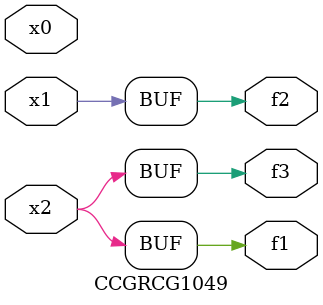
<source format=v>
module CCGRCG1049(
	input x0, x1, x2,
	output f1, f2, f3
);
	assign f1 = x2;
	assign f2 = x1;
	assign f3 = x2;
endmodule

</source>
